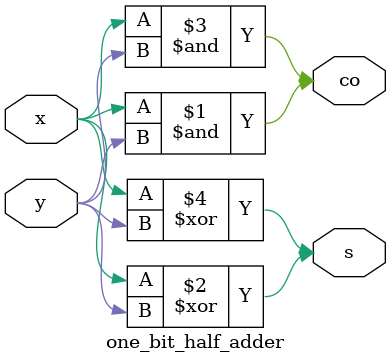
<source format=v>
module one_bit_half_adder(s,co,x,y);

//port definiton
input x,y;
output s,co;

//structural modeling
and g1(co,x,y);
xor g2(s,x,y);

//dataflow modeling
assign co = x & y;
assign s = x ^ y;

endmodule
</source>
